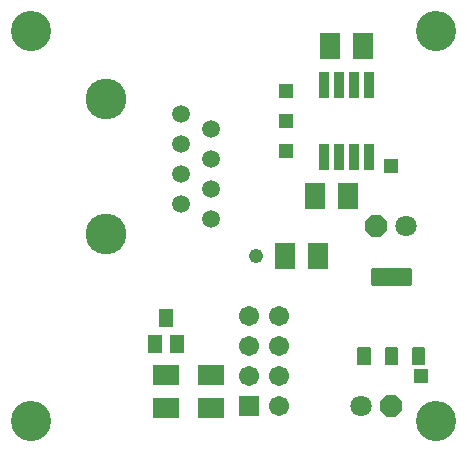
<source format=gts>
G75*
%MOIN*%
%OFA0B0*%
%FSLAX25Y25*%
%IPPOS*%
%LPD*%
%AMOC8*
5,1,8,0,0,1.08239X$1,22.5*
%
%ADD10C,0.13398*%
%ADD11OC8,0.07100*%
%ADD12C,0.07100*%
%ADD13R,0.03400X0.08800*%
%ADD14R,0.04737X0.06312*%
%ADD15R,0.07099X0.08674*%
%ADD16R,0.08674X0.07099*%
%ADD17C,0.05950*%
%ADD18C,0.13595*%
%ADD19C,0.06706*%
%ADD20R,0.06706X0.06706*%
%ADD21C,0.00669*%
%ADD22C,0.00894*%
%ADD23R,0.04762X0.04762*%
%ADD24C,0.04762*%
D10*
X0021210Y0013520D03*
X0156210Y0013520D03*
X0156210Y0143520D03*
X0021210Y0143520D03*
D11*
X0136210Y0078520D03*
X0141210Y0018520D03*
D12*
X0131210Y0018520D03*
X0146210Y0078520D03*
D13*
X0133710Y0101420D03*
X0128710Y0101420D03*
X0123710Y0101420D03*
X0118710Y0101420D03*
X0118710Y0125620D03*
X0123710Y0125620D03*
X0128710Y0125620D03*
X0133710Y0125620D03*
D14*
X0066210Y0047850D03*
X0069950Y0039189D03*
X0062470Y0039189D03*
D15*
X0105698Y0068520D03*
X0116722Y0068520D03*
X0115698Y0088520D03*
X0126722Y0088520D03*
X0131722Y0138520D03*
X0120698Y0138520D03*
D16*
X0081210Y0029031D03*
X0081210Y0018008D03*
X0066210Y0018008D03*
X0066210Y0029031D03*
D17*
X0081210Y0081020D03*
X0081210Y0091020D03*
X0081210Y0101020D03*
X0071210Y0106020D03*
X0071210Y0116020D03*
X0081210Y0111020D03*
X0071210Y0096020D03*
X0071210Y0086020D03*
D18*
X0046210Y0076020D03*
X0046210Y0121020D03*
D19*
X0093927Y0048520D03*
X0103927Y0048520D03*
X0103927Y0038520D03*
X0103927Y0028520D03*
X0093927Y0028520D03*
X0093927Y0038520D03*
X0103927Y0018520D03*
D20*
X0093927Y0018520D03*
D21*
X0130298Y0032706D02*
X0134090Y0032706D01*
X0130298Y0032706D02*
X0130298Y0037994D01*
X0134090Y0037994D01*
X0134090Y0032706D01*
X0134090Y0033374D02*
X0130298Y0033374D01*
X0130298Y0034042D02*
X0134090Y0034042D01*
X0134090Y0034710D02*
X0130298Y0034710D01*
X0130298Y0035378D02*
X0134090Y0035378D01*
X0134090Y0036046D02*
X0130298Y0036046D01*
X0130298Y0036714D02*
X0134090Y0036714D01*
X0134090Y0037382D02*
X0130298Y0037382D01*
X0139314Y0032706D02*
X0143106Y0032706D01*
X0139314Y0032706D02*
X0139314Y0037994D01*
X0143106Y0037994D01*
X0143106Y0032706D01*
X0143106Y0033374D02*
X0139314Y0033374D01*
X0139314Y0034042D02*
X0143106Y0034042D01*
X0143106Y0034710D02*
X0139314Y0034710D01*
X0139314Y0035378D02*
X0143106Y0035378D01*
X0143106Y0036046D02*
X0139314Y0036046D01*
X0139314Y0036714D02*
X0143106Y0036714D01*
X0143106Y0037382D02*
X0139314Y0037382D01*
X0148330Y0032706D02*
X0152122Y0032706D01*
X0148330Y0032706D02*
X0148330Y0037994D01*
X0152122Y0037994D01*
X0152122Y0032706D01*
X0152122Y0033374D02*
X0148330Y0033374D01*
X0148330Y0034042D02*
X0152122Y0034042D01*
X0152122Y0034710D02*
X0148330Y0034710D01*
X0148330Y0035378D02*
X0152122Y0035378D01*
X0152122Y0036046D02*
X0148330Y0036046D01*
X0148330Y0036714D02*
X0152122Y0036714D01*
X0152122Y0037382D02*
X0148330Y0037382D01*
D22*
X0147541Y0059158D02*
X0134879Y0059158D01*
X0134879Y0064220D01*
X0147541Y0064220D01*
X0147541Y0059158D01*
X0147541Y0060051D02*
X0134879Y0060051D01*
X0134879Y0060944D02*
X0147541Y0060944D01*
X0147541Y0061837D02*
X0134879Y0061837D01*
X0134879Y0062730D02*
X0147541Y0062730D01*
X0147541Y0063623D02*
X0134879Y0063623D01*
D23*
X0151210Y0028520D03*
X0141210Y0098520D03*
X0106210Y0103520D03*
X0106210Y0113520D03*
X0106210Y0123520D03*
D24*
X0096210Y0068520D03*
M02*

</source>
